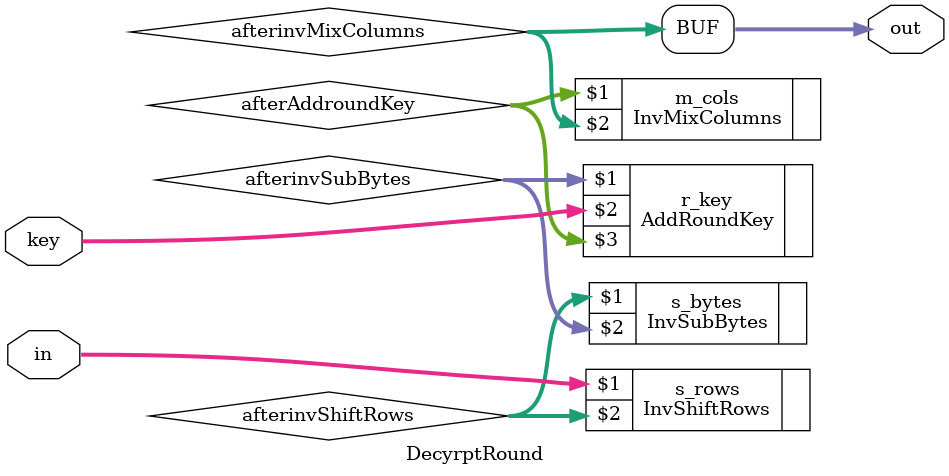
<source format=v>
module DecyrptRound( input [127:0] in ,input [127:0] key,output [127:0] out );

wire [127:0] afterinvSubBytes;
wire [127:0] afterinvShiftRows;
wire [127:0] afterinvMixColumns;
wire [127:0] afterAddroundKey;

InvShiftRows s_rows(in,afterinvShiftRows);
InvSubBytes s_bytes(afterinvShiftRows,afterinvSubBytes);
AddRoundKey r_key(afterinvSubBytes,key,afterAddroundKey);
InvMixColumns m_cols(afterAddroundKey,afterinvMixColumns);
assign out = afterinvMixColumns;

endmodule

</source>
